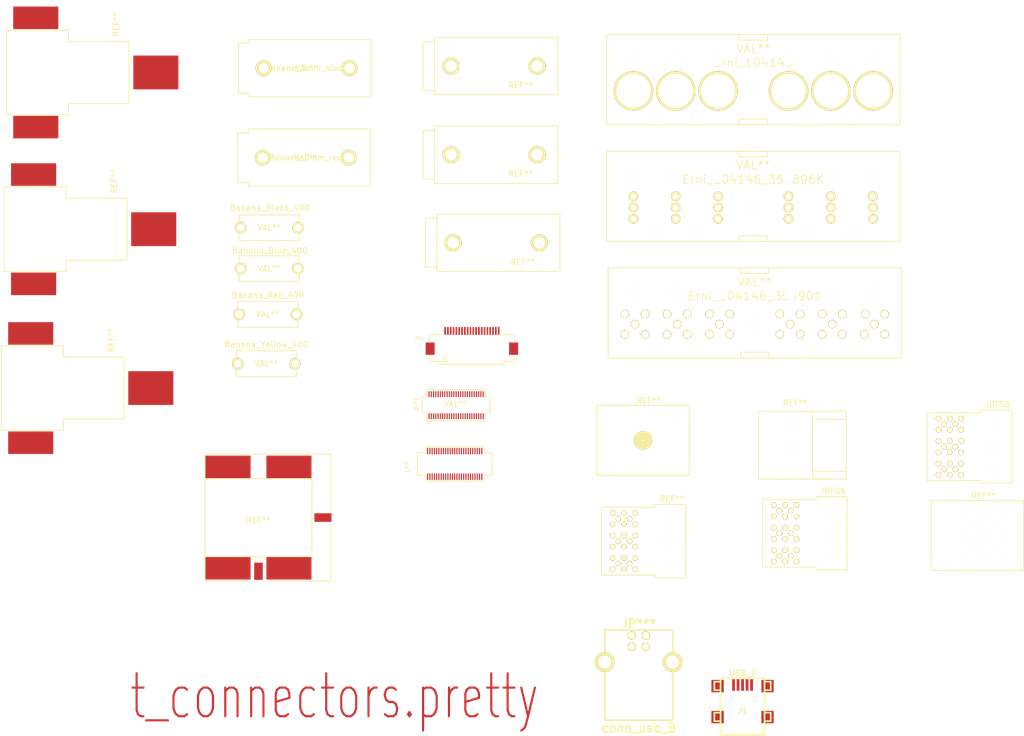
<source format=kicad_pcb>
(kicad_pcb (version 4) (host pcbnew 4.0.0-rc2-stable)

  (general
    (links 0)
    (no_connects 0)
    (area 29.014 18.990904 211.040001 149.879661)
    (thickness 1.6)
    (drawings 1)
    (tracks 0)
    (zones 0)
    (modules 27)
    (nets 1)
  )

  (page A4)
  (title_block
    (title t_connectors.pretty)
    (comment 1 "Components in this footprint directory")
  )

  (layers
    (0 F.Cu signal)
    (31 B.Cu signal)
    (32 B.Adhes user)
    (33 F.Adhes user)
    (34 B.Paste user)
    (35 F.Paste user)
    (36 B.SilkS user)
    (37 F.SilkS user)
    (38 B.Mask user)
    (39 F.Mask user)
    (40 Dwgs.User user)
    (41 Cmts.User user)
    (42 Eco1.User user)
    (43 Eco2.User user)
    (44 Edge.Cuts user)
    (45 Margin user)
    (46 B.CrtYd user)
    (47 F.CrtYd user)
    (48 B.Fab user)
    (49 F.Fab user)
  )

  (setup
    (last_trace_width 0.25)
    (trace_clearance 0.2)
    (zone_clearance 0.508)
    (zone_45_only no)
    (trace_min 0.2)
    (segment_width 0.2)
    (edge_width 0.15)
    (via_size 0.6)
    (via_drill 0.4)
    (via_min_size 0.4)
    (via_min_drill 0.3)
    (uvia_size 0.3)
    (uvia_drill 0.1)
    (uvias_allowed no)
    (uvia_min_size 0.2)
    (uvia_min_drill 0.1)
    (pcb_text_width 0.3)
    (pcb_text_size 1.5 1.5)
    (mod_edge_width 0.15)
    (mod_text_size 1 1)
    (mod_text_width 0.15)
    (pad_size 1.524 1.524)
    (pad_drill 0.762)
    (pad_to_mask_clearance 0.2)
    (aux_axis_origin 0 0)
    (visible_elements 7FFFFFFF)
    (pcbplotparams
      (layerselection 0x00030_80000001)
      (usegerberextensions false)
      (excludeedgelayer true)
      (linewidth 0.100000)
      (plotframeref false)
      (viasonmask false)
      (mode 1)
      (useauxorigin false)
      (hpglpennumber 1)
      (hpglpenspeed 20)
      (hpglpendiameter 15)
      (hpglpenoverlay 2)
      (psnegative false)
      (psa4output false)
      (plotreference true)
      (plotvalue true)
      (plotinvisibletext false)
      (padsonsilk false)
      (subtractmaskfromsilk false)
      (outputformat 1)
      (mirror false)
      (drillshape 0)
      (scaleselection 1)
      (outputdirectory ""))
  )

  (net 0 "")

  (net_class Default "This is the default net class."
    (clearance 0.2)
    (trace_width 0.25)
    (via_dia 0.6)
    (via_drill 0.4)
    (uvia_dia 0.3)
    (uvia_drill 0.1)
  )

  (module d_connectors:Banana1 (layer F.Cu) (tedit 5613D2DD) (tstamp 565F3DAF)
    (at 30.353 32.004 90)
    (fp_text reference REF** (at 8.5 19.5 90) (layer F.SilkS)
      (effects (font (size 1 1) (thickness 0.15)))
    )
    (fp_text value Banana1 (at 9.5 18 90) (layer F.Fab)
      (effects (font (size 1 1) (thickness 0.15)))
    )
    (fp_line (start -7.5 0) (end -7.5 11) (layer F.SilkS) (width 0.15))
    (fp_line (start -7.5 11) (end -5.5 11) (layer F.SilkS) (width 0.15))
    (fp_line (start -5.5 11) (end -5.5 21.75) (layer F.SilkS) (width 0.15))
    (fp_line (start -5.5 21.75) (end 5.5 21.75) (layer F.SilkS) (width 0.15))
    (fp_line (start 5.5 21.75) (end 5.5 11) (layer F.SilkS) (width 0.15))
    (fp_line (start 5.5 11) (end 7.5 11) (layer F.SilkS) (width 0.15))
    (fp_line (start 7.5 11) (end 7.5 0) (layer F.SilkS) (width 0.15))
    (fp_line (start 7.5 0) (end -7.5 0) (layer F.SilkS) (width 0.15))
    (pad 1 smd rect (at 0 26.5 90) (size 6 8) (layers F.Cu F.Paste F.Mask))
    (pad 2 smd rect (at 9.7 5.2 90) (size 4 8) (layers F.Cu F.Paste F.Mask))
    (pad 3 smd rect (at -9.7 5.2 90) (size 4 8) (layers F.Cu F.Paste F.Mask))
    (model "${MY_LIBS}/Sketchup Models/3d/Red_Banana1.wrl"
      (at (xyz 0 0 0.02))
      (scale (xyz 1 1 1))
      (rotate (xyz 90 0 0))
    )
  )

  (module d_connectors:Banana1_Black (layer F.Cu) (tedit 5613D2DD) (tstamp 565F41C1)
    (at 29.972 59.817 90)
    (fp_text reference REF** (at 8.5 19.5 90) (layer F.SilkS)
      (effects (font (size 1 1) (thickness 0.15)))
    )
    (fp_text value Banana1 (at 9.5 18 90) (layer F.Fab)
      (effects (font (size 1 1) (thickness 0.15)))
    )
    (fp_line (start -7.5 0) (end -7.5 11) (layer F.SilkS) (width 0.15))
    (fp_line (start -7.5 11) (end -5.5 11) (layer F.SilkS) (width 0.15))
    (fp_line (start -5.5 11) (end -5.5 21.75) (layer F.SilkS) (width 0.15))
    (fp_line (start -5.5 21.75) (end 5.5 21.75) (layer F.SilkS) (width 0.15))
    (fp_line (start 5.5 21.75) (end 5.5 11) (layer F.SilkS) (width 0.15))
    (fp_line (start 5.5 11) (end 7.5 11) (layer F.SilkS) (width 0.15))
    (fp_line (start 7.5 11) (end 7.5 0) (layer F.SilkS) (width 0.15))
    (fp_line (start 7.5 0) (end -7.5 0) (layer F.SilkS) (width 0.15))
    (pad 1 smd rect (at 0 26.5 90) (size 6 8) (layers F.Cu F.Paste F.Mask))
    (pad 2 smd rect (at 9.7 5.2 90) (size 4 8) (layers F.Cu F.Paste F.Mask))
    (pad 3 smd rect (at -9.7 5.2 90) (size 4 8) (layers F.Cu F.Paste F.Mask))
    (model "${MY_LIBS}/Sketchup Models/3d/Black_Banana.wrl"
      (at (xyz 0 0 0.02))
      (scale (xyz 1 1 1))
      (rotate (xyz 90 0 0))
    )
  )

  (module d_connectors:Banana_3mm_black (layer F.Cu) (tedit 54F9FEFD) (tstamp 565F44FE)
    (at 83.566 31.242 180)
    (fp_text reference Banana_3mm_black (at 0 0 180) (layer F.SilkS)
      (effects (font (size 1 1) (thickness 0.15)))
    )
    (fp_text value VAL** (at 0 0 180) (layer F.SilkS)
      (effects (font (size 1 1) (thickness 0.15)))
    )
    (fp_line (start 10.16 5.08) (end 10.16 4.445) (layer F.SilkS) (width 0.15))
    (fp_line (start 10.16 4.445) (end 12.065 4.445) (layer F.SilkS) (width 0.15))
    (fp_line (start 12.065 4.445) (end 12.065 -4.445) (layer F.SilkS) (width 0.15))
    (fp_line (start 12.065 -4.445) (end 10.16 -4.445) (layer F.SilkS) (width 0.15))
    (fp_line (start 10.16 -4.445) (end 10.16 -5.08) (layer F.SilkS) (width 0.15))
    (fp_line (start -11.43 5.08) (end 10.16 5.08) (layer F.SilkS) (width 0.15))
    (fp_line (start 10.16 -5.08) (end -11.43 -5.08) (layer F.SilkS) (width 0.15))
    (fp_line (start -11.43 -5.08) (end -11.43 5.08) (layer F.SilkS) (width 0.15))
    (pad 1 thru_hole circle (at 7.62 0 180) (size 2.794 2.794) (drill 1.778) (layers *.Cu *.Mask F.SilkS))
    (pad 2 thru_hole circle (at -7.62 0 180) (size 2.794 2.794) (drill 1.778) (layers *.Cu *.Mask F.SilkS))
    (model "${MY_LIBS}/Sketchup Models/3d/Banana_Black.wrl"
      (at (xyz 0 0 0))
      (scale (xyz 1.5 1.5 1.5))
      (rotate (xyz 0 0 0))
    )
  )

  (module d_connectors:Banana_3mm_red (layer F.Cu) (tedit 54F9FED4) (tstamp 565F47D6)
    (at 83.439 47.117 180)
    (fp_text reference Banana_3mm_red (at 0 0 180) (layer F.SilkS)
      (effects (font (size 1 1) (thickness 0.15)))
    )
    (fp_text value VAL** (at 0 0 180) (layer F.SilkS)
      (effects (font (size 1 1) (thickness 0.15)))
    )
    (fp_line (start 10.16 5.08) (end 10.16 4.445) (layer F.SilkS) (width 0.15))
    (fp_line (start 10.16 4.445) (end 12.065 4.445) (layer F.SilkS) (width 0.15))
    (fp_line (start 12.065 4.445) (end 12.065 -4.445) (layer F.SilkS) (width 0.15))
    (fp_line (start 12.065 -4.445) (end 10.16 -4.445) (layer F.SilkS) (width 0.15))
    (fp_line (start 10.16 -4.445) (end 10.16 -5.08) (layer F.SilkS) (width 0.15))
    (fp_line (start -11.43 5.08) (end 10.16 5.08) (layer F.SilkS) (width 0.15))
    (fp_line (start 10.16 -5.08) (end -11.43 -5.08) (layer F.SilkS) (width 0.15))
    (fp_line (start -11.43 -5.08) (end -11.43 5.08) (layer F.SilkS) (width 0.15))
    (pad 1 thru_hole circle (at 7.62 0 180) (size 2.794 2.794) (drill 1.778) (layers *.Cu *.Mask F.SilkS))
    (pad 2 thru_hole circle (at -7.62 0 180) (size 2.794 2.794) (drill 1.778) (layers *.Cu *.Mask F.SilkS))
    (model "${MY_LIBS}/Sketchup Models/3d/Banana_Red.wrl"
      (at (xyz 0 0 0))
      (scale (xyz 1.5 1.5 1.5))
      (rotate (xyz 0 0 0))
    )
  )

  (module d_connectors:Banana_Black_400 (layer F.Cu) (tedit 565F3B24) (tstamp 565F4AAA)
    (at 76.962 59.563)
    (fp_text reference Banana_Black_400 (at 0.127 -3.556) (layer F.SilkS)
      (effects (font (size 1.016 1.016) (thickness 0.15)))
    )
    (fp_text value VAL** (at 0 0) (layer F.SilkS)
      (effects (font (size 1.016 1.016) (thickness 0.15)))
    )
    (fp_line (start 5.334 -2.286) (end -5.334 -2.286) (layer F.SilkS) (width 0.15))
    (fp_line (start -5.334 -2.286) (end -5.334 -1.016) (layer F.SilkS) (width 0.15))
    (fp_line (start 5.334 -1.016) (end 5.334 -2.286) (layer F.SilkS) (width 0.15))
    (fp_line (start -5.334 1.016) (end -5.334 2.286) (layer F.SilkS) (width 0.15))
    (fp_line (start -5.334 2.286) (end 5.334 2.286) (layer F.SilkS) (width 0.15))
    (fp_line (start 5.334 2.286) (end 5.334 1.016) (layer F.SilkS) (width 0.15))
    (pad 1 thru_hole circle (at -5.08 0) (size 2.032 2.032) (drill 1.3208) (layers *.Cu *.Mask F.SilkS))
    (pad 2 thru_hole circle (at 5.08 0) (size 2.032 2.032) (drill 1.3208) (layers *.Cu *.Mask F.SilkS))
    (model "${MY_LIBS}/Sketchup Models/3d/Banana_Black.wrl"
      (at (xyz 0 0 0))
      (scale (xyz 1 1 1))
      (rotate (xyz 0 0 0))
    )
  )

  (module d_connectors:Banana_Blue_400 (layer F.Cu) (tedit 565F3B26) (tstamp 565F4D7A)
    (at 76.962 66.802)
    (fp_text reference Banana_Blue_400 (at 0.127 -3.175) (layer F.SilkS)
      (effects (font (size 1.016 1.016) (thickness 0.15)))
    )
    (fp_text value VAL** (at 0 0) (layer F.SilkS)
      (effects (font (size 1.016 1.016) (thickness 0.15)))
    )
    (fp_line (start 5.334 -2.286) (end -5.334 -2.286) (layer F.SilkS) (width 0.15))
    (fp_line (start -5.334 -2.286) (end -5.334 -1.016) (layer F.SilkS) (width 0.15))
    (fp_line (start 5.334 -1.016) (end 5.334 -2.286) (layer F.SilkS) (width 0.15))
    (fp_line (start -5.334 1.016) (end -5.334 2.286) (layer F.SilkS) (width 0.15))
    (fp_line (start -5.334 2.286) (end 5.334 2.286) (layer F.SilkS) (width 0.15))
    (fp_line (start 5.334 2.286) (end 5.334 1.016) (layer F.SilkS) (width 0.15))
    (pad 1 thru_hole circle (at -5.08 0) (size 2.032 2.032) (drill 1.3208) (layers *.Cu *.Mask F.SilkS))
    (pad 2 thru_hole circle (at 5.08 0) (size 2.032 2.032) (drill 1.3208) (layers *.Cu *.Mask F.SilkS))
    (model "${MY_LIBS}/Sketchup Models/3d/Banana_Blue.wrl"
      (at (xyz 0 0 0))
      (scale (xyz 1 1 1))
      (rotate (xyz 0 0 0))
    )
  )

  (module d_connectors:Banana_Red_400 (layer F.Cu) (tedit 565F3B29) (tstamp 565F58C7)
    (at 76.708 74.93)
    (fp_text reference Banana_Red_400 (at 0 -3.429) (layer F.SilkS)
      (effects (font (size 1.016 1.016) (thickness 0.15)))
    )
    (fp_text value VAL** (at 0 0) (layer F.SilkS)
      (effects (font (size 1.016 1.016) (thickness 0.15)))
    )
    (fp_line (start 5.334 -2.286) (end -5.334 -2.286) (layer F.SilkS) (width 0.15))
    (fp_line (start -5.334 -2.286) (end -5.334 -1.016) (layer F.SilkS) (width 0.15))
    (fp_line (start 5.334 -1.016) (end 5.334 -2.286) (layer F.SilkS) (width 0.15))
    (fp_line (start -5.334 1.016) (end -5.334 2.286) (layer F.SilkS) (width 0.15))
    (fp_line (start -5.334 2.286) (end 5.334 2.286) (layer F.SilkS) (width 0.15))
    (fp_line (start 5.334 2.286) (end 5.334 1.016) (layer F.SilkS) (width 0.15))
    (pad 1 thru_hole circle (at -5.08 0) (size 2.032 2.032) (drill 1.3208) (layers *.Cu *.Mask F.SilkS))
    (pad 2 thru_hole circle (at 5.08 0) (size 2.032 2.032) (drill 1.3208) (layers *.Cu *.Mask F.SilkS))
    (model "${MY_LIBS}/Sketchup Models/3d/Banana_Red.wrl"
      (at (xyz 0 0 0))
      (scale (xyz 1 1 1))
      (rotate (xyz 0 0 0))
    )
  )

  (module d_connectors:Banana_Yellow_400 (layer F.Cu) (tedit 565F3B2C) (tstamp 565F5B97)
    (at 76.454 83.693)
    (fp_text reference Banana_Yellow_400 (at 0 -3.429) (layer F.SilkS)
      (effects (font (size 1.016 1.016) (thickness 0.15)))
    )
    (fp_text value VAL** (at 0 0) (layer F.SilkS)
      (effects (font (size 1.016 1.016) (thickness 0.15)))
    )
    (fp_line (start 5.334 -2.286) (end -5.334 -2.286) (layer F.SilkS) (width 0.15))
    (fp_line (start -5.334 -2.286) (end -5.334 -1.016) (layer F.SilkS) (width 0.15))
    (fp_line (start 5.334 -1.016) (end 5.334 -2.286) (layer F.SilkS) (width 0.15))
    (fp_line (start -5.334 1.016) (end -5.334 2.286) (layer F.SilkS) (width 0.15))
    (fp_line (start -5.334 2.286) (end 5.334 2.286) (layer F.SilkS) (width 0.15))
    (fp_line (start 5.334 2.286) (end 5.334 1.016) (layer F.SilkS) (width 0.15))
    (pad 1 thru_hole circle (at -5.08 0) (size 2.032 2.032) (drill 1.3208) (layers *.Cu *.Mask F.SilkS))
    (pad 2 thru_hole circle (at 5.08 0) (size 2.032 2.032) (drill 1.3208) (layers *.Cu *.Mask F.SilkS))
    (model "${MY_LIBS}/Sketchup Models/3d/Banana_Yellow.wrl"
      (at (xyz 0 0 0))
      (scale (xyz 1 1 1))
      (rotate (xyz 0 0 0))
    )
  )

  (module d_connectors:Erni_104146 (layer F.Cu) (tedit 54F9EDB8) (tstamp 565F5E8D)
    (at 162.814 33.274)
    (fp_text reference Erni_104146 (at 0 -3) (layer F.SilkS)
      (effects (font (size 1.5 1.5) (thickness 0.15)))
    )
    (fp_text value VAL** (at 0 -5.5) (layer F.SilkS)
      (effects (font (size 1.5 1.5) (thickness 0.15)))
    )
    (fp_line (start -2.5 8) (end -2.5 7) (layer F.SilkS) (width 0.15))
    (fp_line (start -2.5 7) (end 2.5 7) (layer F.SilkS) (width 0.15))
    (fp_line (start 2.5 7) (end 2.5 8) (layer F.SilkS) (width 0.15))
    (fp_line (start -2.5 -8) (end -2.5 -7) (layer F.SilkS) (width 0.15))
    (fp_line (start -2.5 -7) (end 2.5 -7) (layer F.SilkS) (width 0.15))
    (fp_line (start 2.5 -7) (end 2.5 -8) (layer F.SilkS) (width 0.15))
    (fp_line (start -26 8) (end 26 8) (layer F.SilkS) (width 0.15))
    (fp_line (start 26 8) (end 26 -8) (layer F.SilkS) (width 0.15))
    (fp_line (start 26 -8) (end -26 -8) (layer F.SilkS) (width 0.15))
    (fp_line (start -26 -8) (end -26 8) (layer F.SilkS) (width 0.15))
    (pad "" np_thru_hole circle (at 0 2) (size 2 2) (drill 2) (layers *.Cu *.Mask F.SilkS))
    (pad "" np_thru_hole circle (at -6.25 -3.5) (size 2 2) (drill 2) (layers *.Cu *.Mask F.SilkS))
    (pad "" np_thru_hole circle (at 6.25 -3.5) (size 2 2) (drill 2) (layers *.Cu *.Mask F.SilkS))
    (pad "" np_thru_hole circle (at 13.75 -3.5) (size 2 2) (drill 2) (layers *.Cu *.Mask F.SilkS))
    (pad "" np_thru_hole circle (at 21.25 -3.5) (size 2 2) (drill 2) (layers *.Cu *.Mask F.SilkS))
    (pad "" np_thru_hole circle (at -13.75 -3.5) (size 2 2) (drill 2) (layers *.Cu *.Mask F.SilkS))
    (pad "" np_thru_hole circle (at -21.25 -3.5) (size 2 2) (drill 2) (layers *.Cu *.Mask F.SilkS))
    (pad "" np_thru_hole circle (at 10 6.5) (size 2 2) (drill 2) (layers *.Cu *.Mask F.SilkS))
    (pad "" np_thru_hole circle (at 17.5 6.5) (size 2 2) (drill 2) (layers *.Cu *.Mask F.SilkS))
    (pad "" np_thru_hole circle (at -10 6.5) (size 2 2) (drill 2) (layers *.Cu *.Mask F.SilkS))
    (pad "" np_thru_hole circle (at -17.5 6.5) (size 2 2) (drill 2) (layers *.Cu *.Mask F.SilkS))
    (pad A3 thru_hole circle (at 6.25 2) (size 7 7) (drill 6.1) (layers *.Cu *.Mask F.SilkS))
    (pad A2 thru_hole circle (at 13.75 2) (size 7 7) (drill 6.1) (layers *.Cu *.Mask F.SilkS))
    (pad A1 thru_hole circle (at 21.25 2) (size 7 7) (drill 6.1) (layers *.Cu *.Mask F.SilkS))
    (pad A4 thru_hole circle (at -6.25 2) (size 7 7) (drill 6.1) (layers *.Cu *.Mask F.SilkS))
    (pad A5 thru_hole circle (at -13.75 2) (size 7 7) (drill 6.1) (layers *.Cu *.Mask F.SilkS))
    (pad A6 thru_hole circle (at -21.25 2) (size 7 7) (drill 6.1) (layers *.Cu *.Mask F.SilkS))
    (model "${MY_LIBS}/Sketchup Models/3d/ERNI BP RF6.wrl"
      (at (xyz 0 0 0))
      (scale (xyz 1 1 1))
      (rotate (xyz 0 0 0))
    )
  )

  (module d_connectors:Erni_104146_354896K (layer F.Cu) (tedit 54F9EDD1) (tstamp 565F61C1)
    (at 162.814 53.975)
    (fp_text reference Erni_104146_354896K (at 0 -3) (layer F.SilkS)
      (effects (font (size 1.5 1.5) (thickness 0.15)))
    )
    (fp_text value VAL** (at 0 -5.5) (layer F.SilkS)
      (effects (font (size 1.5 1.5) (thickness 0.15)))
    )
    (fp_line (start -2.5 8) (end -2.5 7) (layer F.SilkS) (width 0.15))
    (fp_line (start -2.5 7) (end 2.5 7) (layer F.SilkS) (width 0.15))
    (fp_line (start 2.5 7) (end 2.5 8) (layer F.SilkS) (width 0.15))
    (fp_line (start -2.5 -8) (end -2.5 -7) (layer F.SilkS) (width 0.15))
    (fp_line (start -2.5 -7) (end 2.5 -7) (layer F.SilkS) (width 0.15))
    (fp_line (start 2.5 -7) (end 2.5 -8) (layer F.SilkS) (width 0.15))
    (fp_line (start -26 8) (end 26 8) (layer F.SilkS) (width 0.15))
    (fp_line (start 26 8) (end 26 -8) (layer F.SilkS) (width 0.15))
    (fp_line (start 26 -8) (end -26 -8) (layer F.SilkS) (width 0.15))
    (fp_line (start -26 -8) (end -26 8) (layer F.SilkS) (width 0.15))
    (pad "" np_thru_hole circle (at 0 2) (size 2 2) (drill 2) (layers *.Cu *.Mask F.SilkS))
    (pad "" np_thru_hole circle (at -6.25 -3.5) (size 2 2) (drill 2) (layers *.Cu *.Mask F.SilkS))
    (pad "" np_thru_hole circle (at 6.25 -3.5) (size 2 2) (drill 2) (layers *.Cu *.Mask F.SilkS))
    (pad "" np_thru_hole circle (at 13.75 -3.5) (size 2 2) (drill 2) (layers *.Cu *.Mask F.SilkS))
    (pad "" np_thru_hole circle (at 21.25 -3.5) (size 2 2) (drill 2) (layers *.Cu *.Mask F.SilkS))
    (pad "" np_thru_hole circle (at -13.75 -3.5) (size 2 2) (drill 2) (layers *.Cu *.Mask F.SilkS))
    (pad "" np_thru_hole circle (at -21.25 -3.5) (size 2 2) (drill 2) (layers *.Cu *.Mask F.SilkS))
    (pad "" np_thru_hole circle (at 10 6.5) (size 2 2) (drill 2) (layers *.Cu *.Mask F.SilkS))
    (pad "" np_thru_hole circle (at 17.5 6.5) (size 2 2) (drill 2) (layers *.Cu *.Mask F.SilkS))
    (pad "" np_thru_hole circle (at -10 6.5) (size 2 2) (drill 2) (layers *.Cu *.Mask F.SilkS))
    (pad "" np_thru_hole circle (at -17.5 6.5) (size 2 2) (drill 2) (layers *.Cu *.Mask F.SilkS))
    (pad B3 thru_hole circle (at 6.25 2) (size 1.7 1.7) (drill 1) (layers *.Cu *.Mask F.SilkS))
    (pad B2 thru_hole circle (at 13.75 2) (size 1.7 1.7) (drill 1) (layers *.Cu *.Mask F.SilkS))
    (pad B1 thru_hole circle (at 21.25 2) (size 1.7 1.7) (drill 1) (layers *.Cu *.Mask F.SilkS))
    (pad B4 thru_hole circle (at -6.25 2) (size 1.7 1.7) (drill 1) (layers *.Cu *.Mask F.SilkS))
    (pad B5 thru_hole circle (at -13.75 2) (size 1.7 1.7) (drill 1) (layers *.Cu *.Mask F.SilkS))
    (pad B6 thru_hole circle (at -21.25 2) (size 1.7 1.7) (drill 1) (layers *.Cu *.Mask F.SilkS))
    (pad A1 thru_hole circle (at 21.209 0) (size 1.7 1.7) (drill 1) (layers *.Cu *.Mask F.SilkS))
    (pad C1 thru_hole circle (at 21.25 4) (size 1.7 1.7) (drill 1) (layers *.Cu *.Mask F.SilkS))
    (pad A2 thru_hole circle (at 13.75 0) (size 1.7 1.7) (drill 1) (layers *.Cu *.Mask F.SilkS))
    (pad C2 thru_hole circle (at 13.75 4) (size 1.7 1.7) (drill 1) (layers *.Cu *.Mask F.SilkS))
    (pad A3 thru_hole circle (at 6.25 0) (size 1.7 1.7) (drill 1) (layers *.Cu *.Mask F.SilkS))
    (pad C3 thru_hole circle (at 6.25 4) (size 1.7 1.7) (drill 1) (layers *.Cu *.Mask F.SilkS))
    (pad C4 thru_hole circle (at -6.25 4) (size 1.7 1.7) (drill 1) (layers *.Cu *.Mask F.SilkS))
    (pad A4 thru_hole circle (at -6.25 0) (size 1.7 1.7) (drill 1) (layers *.Cu *.Mask F.SilkS))
    (pad A5 thru_hole circle (at -13.75 0) (size 1.7 1.7) (drill 1) (layers *.Cu *.Mask F.SilkS))
    (pad C5 thru_hole circle (at -13.75 4) (size 1.7 1.7) (drill 1) (layers *.Cu *.Mask F.SilkS))
    (pad A6 thru_hole circle (at -21.25 0) (size 1.7 1.7) (drill 1) (layers *.Cu *.Mask F.SilkS))
    (pad C6 thru_hole circle (at -21.25 4) (size 1.7 1.7) (drill 1) (layers *.Cu *.Mask F.SilkS))
    (model "${T_LIBS}/3d/t_connectors/ERNI BP RF6.wrl"
      (at (xyz 0 0 0))
      (scale (xyz 1 1 1))
      (rotate (xyz 0 0 0))
    )
  )

  (module d_connectors:Erni_104146_354901 (layer F.Cu) (tedit 54F9EC28) (tstamp 565F6525)
    (at 163.068 74.676)
    (fp_text reference Erni_104146_354901 (at 0 -3) (layer F.SilkS)
      (effects (font (size 1.5 1.5) (thickness 0.15)))
    )
    (fp_text value VAL** (at 0 -5.5) (layer F.SilkS)
      (effects (font (size 1.5 1.5) (thickness 0.15)))
    )
    (fp_line (start -2.5 8) (end -2.5 7) (layer F.SilkS) (width 0.15))
    (fp_line (start -2.5 7) (end 2.5 7) (layer F.SilkS) (width 0.15))
    (fp_line (start 2.5 7) (end 2.5 8) (layer F.SilkS) (width 0.15))
    (fp_line (start -2.5 -8) (end -2.5 -7) (layer F.SilkS) (width 0.15))
    (fp_line (start -2.5 -7) (end 2.5 -7) (layer F.SilkS) (width 0.15))
    (fp_line (start 2.5 -7) (end 2.5 -8) (layer F.SilkS) (width 0.15))
    (fp_line (start -26 8) (end 26 8) (layer F.SilkS) (width 0.15))
    (fp_line (start 26 8) (end 26 -8) (layer F.SilkS) (width 0.15))
    (fp_line (start 26 -8) (end -26 -8) (layer F.SilkS) (width 0.15))
    (fp_line (start -26 -8) (end -26 8) (layer F.SilkS) (width 0.15))
    (pad C6 thru_hole circle (at -23.05 3.8) (size 1.5 1.5) (drill 1.15) (layers *.Cu *.Mask F.SilkS))
    (pad A6 thru_hole circle (at -23.05 0.2) (size 1.5 1.5) (drill 1.15) (layers *.Cu *.Mask F.SilkS))
    (pad A6 thru_hole circle (at -19.45 0.2) (size 1.5 1.5) (drill 1.15) (layers *.Cu *.Mask F.SilkS))
    (pad C6 thru_hole circle (at -19.45 3.8) (size 1.5 1.5) (drill 1.15) (layers *.Cu *.Mask F.SilkS))
    (pad C5 thru_hole circle (at -11.95 3.8) (size 1.5 1.5) (drill 1.15) (layers *.Cu *.Mask F.SilkS))
    (pad A5 thru_hole circle (at -11.95 0.2) (size 1.5 1.5) (drill 1.15) (layers *.Cu *.Mask F.SilkS))
    (pad A5 thru_hole circle (at -15.55 0.2) (size 1.5 1.5) (drill 1.15) (layers *.Cu *.Mask F.SilkS))
    (pad C5 thru_hole circle (at -15.55 3.8) (size 1.5 1.5) (drill 1.15) (layers *.Cu *.Mask F.SilkS))
    (pad C4 thru_hole circle (at -8.05 3.8) (size 1.5 1.5) (drill 1.15) (layers *.Cu *.Mask F.SilkS))
    (pad A4 thru_hole circle (at -8.05 0.2) (size 1.5 1.5) (drill 1.15) (layers *.Cu *.Mask F.SilkS))
    (pad A4 thru_hole circle (at -4.45 0.2) (size 1.5 1.5) (drill 1.15) (layers *.Cu *.Mask F.SilkS))
    (pad C4 thru_hole circle (at -4.45 3.8) (size 1.5 1.5) (drill 1.15) (layers *.Cu *.Mask F.SilkS))
    (pad C3 thru_hole circle (at 8.05 3.8) (size 1.5 1.5) (drill 1.15) (layers *.Cu *.Mask F.SilkS))
    (pad A3 thru_hole circle (at 8.05 0.2) (size 1.5 1.5) (drill 1.15) (layers *.Cu *.Mask F.SilkS))
    (pad A3 thru_hole circle (at 4.45 0.2) (size 1.5 1.5) (drill 1.15) (layers *.Cu *.Mask F.SilkS))
    (pad C3 thru_hole circle (at 4.45 3.8) (size 1.5 1.5) (drill 1.15) (layers *.Cu *.Mask F.SilkS))
    (pad C2 thru_hole circle (at 11.95 3.8) (size 1.5 1.5) (drill 1.15) (layers *.Cu *.Mask F.SilkS))
    (pad A2 thru_hole circle (at 11.95 0.2) (size 1.5 1.5) (drill 1.15) (layers *.Cu *.Mask F.SilkS))
    (pad A2 thru_hole circle (at 15.55 0.2) (size 1.5 1.5) (drill 1.15) (layers *.Cu *.Mask F.SilkS))
    (pad C2 thru_hole circle (at 15.55 3.8) (size 1.5 1.5) (drill 1.15) (layers *.Cu *.Mask F.SilkS))
    (pad "" np_thru_hole circle (at 0 2) (size 2 2) (drill 2) (layers *.Cu *.Mask F.SilkS))
    (pad "" np_thru_hole circle (at -6.25 -3.5) (size 2 2) (drill 2) (layers *.Cu *.Mask F.SilkS))
    (pad "" np_thru_hole circle (at 6.25 -3.5) (size 2 2) (drill 2) (layers *.Cu *.Mask F.SilkS))
    (pad "" np_thru_hole circle (at 13.75 -3.5) (size 2 2) (drill 2) (layers *.Cu *.Mask F.SilkS))
    (pad "" np_thru_hole circle (at 21.25 -3.5) (size 2 2) (drill 2) (layers *.Cu *.Mask F.SilkS))
    (pad "" np_thru_hole circle (at -13.75 -3.5) (size 2 2) (drill 2) (layers *.Cu *.Mask F.SilkS))
    (pad "" np_thru_hole circle (at -21.25 -3.5) (size 2 2) (drill 2) (layers *.Cu *.Mask F.SilkS))
    (pad "" np_thru_hole circle (at 10 6.5) (size 2 2) (drill 2) (layers *.Cu *.Mask F.SilkS))
    (pad "" np_thru_hole circle (at 17.5 6.5) (size 2 2) (drill 2) (layers *.Cu *.Mask F.SilkS))
    (pad "" np_thru_hole circle (at -10 6.5) (size 2 2) (drill 2) (layers *.Cu *.Mask F.SilkS))
    (pad "" np_thru_hole circle (at -17.5 6.5) (size 2 2) (drill 2) (layers *.Cu *.Mask F.SilkS))
    (pad B3 thru_hole circle (at 6.25 2) (size 1.5 1.5) (drill 1.15) (layers *.Cu *.Mask F.SilkS))
    (pad B2 thru_hole circle (at 13.75 2) (size 1.5 1.5) (drill 1.15) (layers *.Cu *.Mask F.SilkS))
    (pad B1 thru_hole circle (at 21.25 2) (size 1.5 1.5) (drill 1.15) (layers *.Cu *.Mask F.SilkS))
    (pad B4 thru_hole circle (at -6.25 2) (size 1.5 1.5) (drill 1.15) (layers *.Cu *.Mask F.SilkS))
    (pad B5 thru_hole circle (at -13.75 2) (size 1.5 1.5) (drill 1.15) (layers *.Cu *.Mask F.SilkS))
    (pad B6 thru_hole circle (at -21.25 2) (size 1.5 1.5) (drill 1.15) (layers *.Cu *.Mask F.SilkS))
    (pad C1 thru_hole circle (at 23.05 3.8) (size 1.5 1.5) (drill 1.15) (layers *.Cu *.Mask F.SilkS))
    (pad A1 thru_hole circle (at 23.05 0.2) (size 1.5 1.5) (drill 1.15) (layers *.Cu *.Mask F.SilkS))
    (pad A1 thru_hole circle (at 19.6 0.18) (size 1.5 1.5) (drill 1.15) (layers *.Cu *.Mask F.SilkS))
    (pad C1 thru_hole circle (at 19.45 3.8) (size 1.5 1.5) (drill 1.15) (layers *.Cu *.Mask F.SilkS))
    (model "${MY_LIBS}/Sketchup Models/3d/ERNI BP RF6.wrl"
      (at (xyz 0 0 0))
      (scale (xyz 1 1 1))
      (rotate (xyz 0 0 0))
    )
  )

  (module d_connectors:R124422001 (layer F.Cu) (tedit 55D34FDB) (tstamp 565F7357)
    (at 75.057 110.998)
    (fp_text reference REF** (at 0 0.5) (layer F.SilkS)
      (effects (font (size 1 1) (thickness 0.15)))
    )
    (fp_text value R124422001 (at 0 -0.5) (layer F.Fab)
      (effects (font (size 1 1) (thickness 0.15)))
    )
    (fp_line (start -9.525 6.9) (end 9.475 6.9) (layer F.SilkS) (width 0.15))
    (fp_line (start 9.475 6.9) (end 9.475 -6.9) (layer F.SilkS) (width 0.15))
    (fp_line (start 9.475 -6.9) (end -9.525 -6.9) (layer F.SilkS) (width 0.15))
    (fp_line (start 12.83 1.17) (end 12.83 11.25) (layer F.SilkS) (width 0.15))
    (fp_line (start 12.83 11.25) (end 1.27 11.25) (layer F.SilkS) (width 0.15))
    (fp_line (start -1.27 11.25) (end -9.525 11.25) (layer F.SilkS) (width 0.15))
    (fp_line (start -9.525 11.25) (end -9.525 -11.25) (layer F.SilkS) (width 0.15))
    (fp_line (start -9.525 -11.25) (end 12.83 -11.25) (layer F.SilkS) (width 0.15))
    (fp_line (start 12.83 -11.25) (end 12.83 -1.27) (layer F.SilkS) (width 0.15))
    (pad 2 smd rect (at 0 9.525) (size 1.524 3.048) (layers F.Cu F.Paste F.Mask))
    (pad 1 smd rect (at 11.43 0) (size 3.048 1.524) (layers F.Cu F.Paste F.Mask))
    (pad 3 smd rect (at -5.4 9) (size 8 4) (layers F.Cu F.Paste F.Mask))
    (pad 3 smd rect (at 5.4 9) (size 8 4) (layers F.Cu F.Paste F.Mask))
    (pad 3 smd rect (at -5.4 -9) (size 8 4) (layers F.Cu F.Paste F.Mask))
    (pad 3 smd rect (at 5.4 -9) (size 8 4) (layers F.Cu F.Paste F.Mask))
    (model "${MY_LIBS}/Sketchup Models/3d/Switch_SMA.wrl"
      (at (xyz -0.515 0 0.025))
      (scale (xyz 1 1 1))
      (rotate (xyz 270 0 0))
    )
  )

  (module d_connectors:R250420200 (layer F.Cu) (tedit 55CCFB01) (tstamp 565F7633)
    (at 143.256 97.282)
    (fp_text reference REF** (at 1 -7) (layer F.SilkS)
      (effects (font (size 1 1) (thickness 0.15)))
    )
    (fp_text value R280420200 (at 0.4 -5.2) (layer F.Fab)
      (effects (font (size 1 1) (thickness 0.15)))
    )
    (fp_line (start 8.2 6.2) (end -8.2 6.2) (layer F.SilkS) (width 0.15))
    (fp_line (start -8.2 6.2) (end -8.2 -6.2) (layer F.SilkS) (width 0.15))
    (fp_line (start -8.2 -6.2) (end 8.2 -6.2) (layer F.SilkS) (width 0.15))
    (fp_line (start 8.2 -6.2) (end 8.2 6.2) (layer F.SilkS) (width 0.15))
    (pad "" np_thru_hole circle (at -6 5) (size 1.6 1.6) (drill 1.6) (layers *.Cu *.Mask F.SilkS))
    (pad "" np_thru_hole circle (at 6 -5) (size 1.6 1.6) (drill 1.6) (layers *.Cu *.Mask F.SilkS))
    (pad "" np_thru_hole circle (at 0 0) (size 3.25 3.25) (drill 0.3) (layers *.Cu *.Mask F.SilkS))
    (model "C:/Dan/Eng Projects/ATM/Splitter/Parts/R280460200.wrl"
      (at (xyz 0 0 0))
      (scale (xyz 1 1 1))
      (rotate (xyz 90 90 0))
    )
  )

  (module d_connectors:R280420300 (layer F.Cu) (tedit 55D49A82) (tstamp 565F790D)
    (at 172.72 98.171)
    (fp_text reference REF** (at -2.5 -7.5) (layer F.SilkS)
      (effects (font (size 1 1) (thickness 0.15)))
    )
    (fp_text value R280420300 (at -4.75 -5.75) (layer F.Fab) hide
      (effects (font (size 1 1) (thickness 0.15)))
    )
    (fp_line (start 0.6 -4.6) (end 6.6 -4.6) (layer F.SilkS) (width 0.15))
    (fp_line (start 0.6 4.6) (end 6.6 4.6) (layer F.SilkS) (width 0.15))
    (fp_line (start 6.6 6) (end 0.6 6) (layer F.SilkS) (width 0.15))
    (fp_line (start 6.6 -6) (end 6.6 6) (layer F.SilkS) (width 0.15))
    (fp_line (start 0.6 -6) (end 6.6 -6) (layer F.SilkS) (width 0.15))
    (fp_line (start 0.6 -6) (end -5.4 -6) (layer F.SilkS) (width 0.15))
    (fp_line (start -5.5 -6) (end -9 -6) (layer F.SilkS) (width 0.15))
    (fp_line (start -9 -6) (end -9 6) (layer F.SilkS) (width 0.15))
    (fp_line (start -9 6) (end -5.5 6) (layer F.SilkS) (width 0.15))
    (fp_line (start -5.5 6) (end 0.6 6) (layer F.SilkS) (width 0.15))
    (fp_line (start 0.6 6) (end 0.6 -6) (layer F.SilkS) (width 0.15))
    (pad "" np_thru_hole circle (at -3 4) (size 1.5 1.5) (drill 1.5) (layers *.Cu *.Mask F.SilkS))
    (pad "" np_thru_hole circle (at -3 -4) (size 1.5 1.5) (drill 1.5) (layers *.Cu *.Mask F.SilkS))
    (pad "" np_thru_hole circle (at -3 0) (size 2.05 2.05) (drill 2.05) (layers *.Cu *.Mask F.SilkS))
    (model "${MY_LIBS}/Sketchup Models/3d/R280430300.wrl"
      (at (xyz 0.255 0.235 -0.1))
      (scale (xyz 1 1 1))
      (rotate (xyz 90 180 0))
    )
  )

  (module d_connectors:R694252107 (layer F.Cu) (tedit 55D236E8) (tstamp 565F7C1F)
    (at 208.661 98.425)
    (fp_text reference JRFS6 (at -2.5 -7.5) (layer F.SilkS)
      (effects (font (size 1 1) (thickness 0.15)))
    )
    (fp_text value R694252107 (at -4.75 -5.75) (layer F.Fab) hide
      (effects (font (size 1 1) (thickness 0.15)))
    )
    (fp_line (start 0 -6.5) (end -5.5 -6.5) (layer F.SilkS) (width 0.15))
    (fp_line (start -5.5 -6.5) (end -5.5 -6) (layer F.SilkS) (width 0.15))
    (fp_line (start -5.5 -6) (end -15 -6) (layer F.SilkS) (width 0.15))
    (fp_line (start -15 -6) (end -15 6) (layer F.SilkS) (width 0.15))
    (fp_line (start -15 6) (end -5.5 6) (layer F.SilkS) (width 0.15))
    (fp_line (start -5.5 6) (end -5.5 6.5) (layer F.SilkS) (width 0.15))
    (fp_line (start -5.5 6.5) (end 0 6.5) (layer F.SilkS) (width 0.15))
    (fp_line (start 0 6.5) (end 0 -6.5) (layer F.SilkS) (width 0.15))
    (pad "" np_thru_hole circle (at -3 4) (size 1.5 1.5) (drill 1.5) (layers *.Cu *.Mask F.SilkS))
    (pad "" np_thru_hole circle (at -3 -4) (size 1.5 1.5) (drill 1.5) (layers *.Cu *.Mask F.SilkS))
    (pad "" np_thru_hole circle (at -3 0) (size 2.05 2.05) (drill 2.05) (layers *.Cu *.Mask F.SilkS))
    (pad 1A thru_hole circle (at -10 -4) (size 1 1) (drill 0.6) (layers *.Cu *.Mask F.SilkS))
    (pad 1B thru_hole circle (at -12 -4) (size 1 1) (drill 0.6) (layers *.Cu *.Mask F.SilkS))
    (pad 2A thru_hole circle (at -10 0) (size 1 1) (drill 0.6) (layers *.Cu *.Mask F.SilkS))
    (pad 2B thru_hole circle (at -12 0) (size 1 1) (drill 0.6) (layers *.Cu *.Mask F.SilkS))
    (pad 3A thru_hole circle (at -10 4) (size 1 1) (drill 0.6) (layers *.Cu *.Mask F.SilkS))
    (pad 3B thru_hole circle (at -12 4) (size 1 1) (drill 0.6) (layers *.Cu *.Mask F.SilkS))
    (pad 1C thru_hole circle (at -9 -5) (size 1 1) (drill 0.6) (layers *.Cu *.Mask F.SilkS))
    (pad 1F thru_hole circle (at -9 -3) (size 1 1) (drill 0.6) (layers *.Cu *.Mask F.SilkS))
    (pad 1G thru_hole circle (at -11 -3) (size 1 1) (drill 0.6) (layers *.Cu *.Mask F.SilkS))
    (pad 1D thru_hole circle (at -11 -5) (size 1 1) (drill 0.6) (layers *.Cu *.Mask F.SilkS))
    (pad 1E thru_hole circle (at -13 -5) (size 1 1) (drill 0.6) (layers *.Cu *.Mask F.SilkS))
    (pad 1H thru_hole circle (at -13 -3) (size 1 1) (drill 0.6) (layers *.Cu *.Mask F.SilkS))
    (pad 2C thru_hole circle (at -9 -1) (size 1 1) (drill 0.6) (layers *.Cu *.Mask F.SilkS))
    (pad 2F thru_hole circle (at -9 1) (size 1 1) (drill 0.6) (layers *.Cu *.Mask F.SilkS))
    (pad 2G thru_hole circle (at -11 1) (size 1 1) (drill 0.6) (layers *.Cu *.Mask F.SilkS))
    (pad 2D thru_hole circle (at -11 -1) (size 1 1) (drill 0.6) (layers *.Cu *.Mask F.SilkS))
    (pad 2H thru_hole circle (at -13 1) (size 1 1) (drill 0.6) (layers *.Cu *.Mask F.SilkS))
    (pad 2E thru_hole circle (at -13 -1) (size 1 1) (drill 0.6) (layers *.Cu *.Mask F.SilkS))
    (pad 3C thru_hole circle (at -9 3) (size 1 1) (drill 0.6) (layers *.Cu *.Mask F.SilkS))
    (pad 3F thru_hole circle (at -9 5) (size 1 1) (drill 0.6) (layers *.Cu *.Mask F.SilkS))
    (pad 3G thru_hole circle (at -11 5) (size 1 1) (drill 0.6) (layers *.Cu *.Mask F.SilkS))
    (pad 3D thru_hole circle (at -11 3) (size 1 1) (drill 0.6) (layers *.Cu *.Mask F.SilkS))
    (pad 3E thru_hole circle (at -13 3) (size 1 1) (drill 0.6) (layers *.Cu *.Mask F.SilkS))
    (pad 3H thru_hole circle (at -13 5) (size 1 1) (drill 0.6) (layers *.Cu *.Mask F.SilkS))
    (model "${MY_LIBS}/Sketchup Models/3d/R694252107.wrl"
      (at (xyz 0.254 -0.236 -0.1))
      (scale (xyz 1 1 1))
      (rotate (xyz 90 180 180))
    )
  )

  (module d_connectors:R694252237 (layer F.Cu) (tedit 55CB4AE4) (tstamp 565F7F5B)
    (at 150.876 115.189)
    (fp_text reference REF** (at -2.5 -7.5) (layer F.SilkS)
      (effects (font (size 1 1) (thickness 0.15)))
    )
    (fp_text value R694252237 (at -4.75 -5.75) (layer F.Fab) hide
      (effects (font (size 1 1) (thickness 0.15)))
    )
    (fp_line (start 0 -6.5) (end -5.5 -6.5) (layer F.SilkS) (width 0.15))
    (fp_line (start -5.5 -6.5) (end -5.5 -6) (layer F.SilkS) (width 0.15))
    (fp_line (start -5.5 -6) (end -15 -6) (layer F.SilkS) (width 0.15))
    (fp_line (start -15 -6) (end -15 6) (layer F.SilkS) (width 0.15))
    (fp_line (start -15 6) (end -5.5 6) (layer F.SilkS) (width 0.15))
    (fp_line (start -5.5 6) (end -5.5 6.5) (layer F.SilkS) (width 0.15))
    (fp_line (start -5.5 6.5) (end 0 6.5) (layer F.SilkS) (width 0.15))
    (fp_line (start 0 6.5) (end 0 -6.5) (layer F.SilkS) (width 0.15))
    (pad "" np_thru_hole circle (at -3 4) (size 1.5 1.5) (drill 1.5) (layers *.Cu *.Mask F.SilkS))
    (pad "" np_thru_hole circle (at -3 -4) (size 1.5 1.5) (drill 1.5) (layers *.Cu *.Mask F.SilkS))
    (pad "" np_thru_hole circle (at -3 0) (size 2.05 2.05) (drill 2.05) (layers *.Cu *.Mask F.SilkS))
    (pad 1 thru_hole circle (at -10 -4) (size 1 1) (drill 0.6) (layers *.Cu *.Mask F.SilkS))
    (pad 2 thru_hole circle (at -12 -4) (size 1 1) (drill 0.6) (layers *.Cu *.Mask F.SilkS))
    (pad 3 thru_hole circle (at -10 0) (size 1 1) (drill 0.6) (layers *.Cu *.Mask F.SilkS))
    (pad 4 thru_hole circle (at -12 0) (size 1 1) (drill 0.6) (layers *.Cu *.Mask F.SilkS))
    (pad 5 thru_hole circle (at -10 4) (size 1 1) (drill 0.6) (layers *.Cu *.Mask F.SilkS))
    (pad 6 thru_hole circle (at -12 4) (size 1 1) (drill 0.6) (layers *.Cu *.Mask F.SilkS))
    (pad 1A thru_hole circle (at -9 -5) (size 1 1) (drill 0.6) (layers *.Cu *.Mask F.SilkS))
    (pad 1B thru_hole circle (at -9 -3) (size 1 1) (drill 0.6) (layers *.Cu *.Mask F.SilkS))
    (pad 1C thru_hole circle (at -11 -3) (size 1 1) (drill 0.6) (layers *.Cu *.Mask F.SilkS))
    (pad 1D thru_hole circle (at -11 -5) (size 1 1) (drill 0.6) (layers *.Cu *.Mask F.SilkS))
    (pad 2A thru_hole circle (at -13 -5) (size 1 1) (drill 0.6) (layers *.Cu *.Mask F.SilkS))
    (pad 2B thru_hole circle (at -13 -3) (size 1 1) (drill 0.6) (layers *.Cu *.Mask F.SilkS))
    (pad 3A thru_hole circle (at -9 -1) (size 1 1) (drill 0.6) (layers *.Cu *.Mask F.SilkS))
    (pad 3B thru_hole circle (at -9 1) (size 1 1) (drill 0.6) (layers *.Cu *.Mask F.SilkS))
    (pad 3C thru_hole circle (at -11 1) (size 1 1) (drill 0.6) (layers *.Cu *.Mask F.SilkS))
    (pad 3D thru_hole circle (at -11 -1) (size 1 1) (drill 0.6) (layers *.Cu *.Mask F.SilkS))
    (pad 4B thru_hole circle (at -13 1) (size 1 1) (drill 0.6) (layers *.Cu *.Mask F.SilkS))
    (pad 4A thru_hole circle (at -13 -1) (size 1 1) (drill 0.6) (layers *.Cu *.Mask F.SilkS))
    (pad 5A thru_hole circle (at -9 3) (size 1 1) (drill 0.6) (layers *.Cu *.Mask F.SilkS))
    (pad 5B thru_hole circle (at -9 5) (size 1 1) (drill 0.6) (layers *.Cu *.Mask F.SilkS))
    (pad 5C thru_hole circle (at -11 5) (size 1 1) (drill 0.6) (layers *.Cu *.Mask F.SilkS))
    (pad 5D thru_hole circle (at -11 3) (size 1 1) (drill 0.6) (layers *.Cu *.Mask F.SilkS))
    (pad 6A thru_hole circle (at -13 3) (size 1 1) (drill 0.6) (layers *.Cu *.Mask F.SilkS))
    (pad 6B thru_hole circle (at -13 5) (size 1 1) (drill 0.6) (layers *.Cu *.Mask F.SilkS))
    (model "${MY_LIBS}/Sketchup Models/3d/R694252237.wrl"
      (at (xyz 0 0 0))
      (scale (xyz 1 1 1))
      (rotate (xyz 90 180 0))
    )
  )

  (module d_connectors:R694252237a (layer F.Cu) (tedit 55D236E8) (tstamp 565F8297)
    (at 179.451 113.792)
    (fp_text reference JRFS6 (at -2.5 -7.5) (layer F.SilkS)
      (effects (font (size 1 1) (thickness 0.15)))
    )
    (fp_text value R694252237 (at -4.75 -5.75) (layer F.Fab) hide
      (effects (font (size 1 1) (thickness 0.15)))
    )
    (fp_line (start 0 -6.5) (end -5.5 -6.5) (layer F.SilkS) (width 0.15))
    (fp_line (start -5.5 -6.5) (end -5.5 -6) (layer F.SilkS) (width 0.15))
    (fp_line (start -5.5 -6) (end -15 -6) (layer F.SilkS) (width 0.15))
    (fp_line (start -15 -6) (end -15 6) (layer F.SilkS) (width 0.15))
    (fp_line (start -15 6) (end -5.5 6) (layer F.SilkS) (width 0.15))
    (fp_line (start -5.5 6) (end -5.5 6.5) (layer F.SilkS) (width 0.15))
    (fp_line (start -5.5 6.5) (end 0 6.5) (layer F.SilkS) (width 0.15))
    (fp_line (start 0 6.5) (end 0 -6.5) (layer F.SilkS) (width 0.15))
    (pad "" np_thru_hole circle (at -3 4) (size 1.5 1.5) (drill 1.5) (layers *.Cu *.Mask F.SilkS))
    (pad "" np_thru_hole circle (at -3 -4) (size 1.5 1.5) (drill 1.5) (layers *.Cu *.Mask F.SilkS))
    (pad "" np_thru_hole circle (at -3 0) (size 2.05 2.05) (drill 2.05) (layers *.Cu *.Mask F.SilkS))
    (pad 1A thru_hole circle (at -10 -4) (size 1 1) (drill 0.6) (layers *.Cu *.Mask F.SilkS))
    (pad 1B thru_hole circle (at -12 -4) (size 1 1) (drill 0.6) (layers *.Cu *.Mask F.SilkS))
    (pad 2A thru_hole circle (at -10 0) (size 1 1) (drill 0.6) (layers *.Cu *.Mask F.SilkS))
    (pad 2B thru_hole circle (at -12 0) (size 1 1) (drill 0.6) (layers *.Cu *.Mask F.SilkS))
    (pad 3A thru_hole circle (at -10 4) (size 1 1) (drill 0.6) (layers *.Cu *.Mask F.SilkS))
    (pad 3B thru_hole circle (at -12 4) (size 1 1) (drill 0.6) (layers *.Cu *.Mask F.SilkS))
    (pad 1C thru_hole circle (at -9 -5) (size 1 1) (drill 0.6) (layers *.Cu *.Mask F.SilkS))
    (pad 1F thru_hole circle (at -9 -3) (size 1 1) (drill 0.6) (layers *.Cu *.Mask F.SilkS))
    (pad 1G thru_hole circle (at -11 -3) (size 1 1) (drill 0.6) (layers *.Cu *.Mask F.SilkS))
    (pad 1D thru_hole circle (at -11 -5) (size 1 1) (drill 0.6) (layers *.Cu *.Mask F.SilkS))
    (pad 1E thru_hole circle (at -13 -5) (size 1 1) (drill 0.6) (layers *.Cu *.Mask F.SilkS))
    (pad 1H thru_hole circle (at -13 -3) (size 1 1) (drill 0.6) (layers *.Cu *.Mask F.SilkS))
    (pad 2C thru_hole circle (at -9 -1) (size 1 1) (drill 0.6) (layers *.Cu *.Mask F.SilkS))
    (pad 2F thru_hole circle (at -9 1) (size 1 1) (drill 0.6) (layers *.Cu *.Mask F.SilkS))
    (pad 2G thru_hole circle (at -11 1) (size 1 1) (drill 0.6) (layers *.Cu *.Mask F.SilkS))
    (pad 2D thru_hole circle (at -11 -1) (size 1 1) (drill 0.6) (layers *.Cu *.Mask F.SilkS))
    (pad 2H thru_hole circle (at -13 1) (size 1 1) (drill 0.6) (layers *.Cu *.Mask F.SilkS))
    (pad 2E thru_hole circle (at -13 -1) (size 1 1) (drill 0.6) (layers *.Cu *.Mask F.SilkS))
    (pad 3C thru_hole circle (at -9 3) (size 1 1) (drill 0.6) (layers *.Cu *.Mask F.SilkS))
    (pad 3F thru_hole circle (at -9 5) (size 1 1) (drill 0.6) (layers *.Cu *.Mask F.SilkS))
    (pad 3G thru_hole circle (at -11 5) (size 1 1) (drill 0.6) (layers *.Cu *.Mask F.SilkS))
    (pad 3D thru_hole circle (at -11 3) (size 1 1) (drill 0.6) (layers *.Cu *.Mask F.SilkS))
    (pad 3E thru_hole circle (at -13 3) (size 1 1) (drill 0.6) (layers *.Cu *.Mask F.SilkS))
    (pad 3H thru_hole circle (at -13 5) (size 1 1) (drill 0.6) (layers *.Cu *.Mask F.SilkS))
    (model "${MY_LIBS}/Sketchup Models/3d/R694252237.wrl"
      (at (xyz 0 0 0))
      (scale (xyz 1 1 1))
      (rotate (xyz 90 180 0))
    )
  )

  (module d_connectors:R694261906a (layer F.Cu) (tedit 55CCA28F) (tstamp 565F85A5)
    (at 202.565 114.173)
    (fp_text reference REF** (at 1 -7) (layer F.SilkS)
      (effects (font (size 1 1) (thickness 0.15)))
    )
    (fp_text value R694261906a (at 0.4 -5.2) (layer F.Fab)
      (effects (font (size 1 1) (thickness 0.15)))
    )
    (fp_line (start 8.2 6.2) (end -8.2 6.2) (layer F.SilkS) (width 0.15))
    (fp_line (start -8.2 6.2) (end -8.2 -6.2) (layer F.SilkS) (width 0.15))
    (fp_line (start -8.2 -6.2) (end 8.2 -6.2) (layer F.SilkS) (width 0.15))
    (fp_line (start 8.2 -6.2) (end 8.2 6.2) (layer F.SilkS) (width 0.15))
    (pad "" np_thru_hole circle (at -6 5) (size 1.6 1.6) (drill 1.6) (layers *.Cu *.Mask F.SilkS))
    (pad "" np_thru_hole circle (at 6 -5) (size 1.6 1.6) (drill 1.6) (layers *.Cu *.Mask F.SilkS))
    (pad "" np_thru_hole circle (at 3.2 -4) (size 3.15 3.15) (drill 3.15) (layers *.Cu *.Mask F.SilkS))
    (pad "" np_thru_hole circle (at 3.2 0) (size 3.15 3.15) (drill 3.15) (layers *.Cu *.Mask F.SilkS))
    (pad "" np_thru_hole circle (at 3.2 4) (size 3.15 3.15) (drill 3.15) (layers *.Cu *.Mask F.SilkS))
    (pad "" np_thru_hole circle (at -0.8 4) (size 3.15 3.15) (drill 3.15) (layers *.Cu *.Mask F.SilkS))
    (pad "" np_thru_hole circle (at -0.8 0) (size 3.15 3.15) (drill 3.15) (layers *.Cu *.Mask F.SilkS))
    (pad "" np_thru_hole circle (at -0.8 -4) (size 3.15 3.15) (drill 3.15) (layers *.Cu *.Mask F.SilkS))
    (model "${MY_LIBS}/Sketchup Models/3d/R964261906_con.wrl"
      (at (xyz 0 0 0))
      (scale (xyz 1 1 1))
      (rotate (xyz 90 90 0))
    )
  )

  (module d_connectors:conn_usb_B (layer F.Cu) (tedit 4F088137) (tstamp 565F888D)
    (at 142.494 138.938)
    (descr "USB B-type receptacle, Lumberg P/N 2411-02")
    (tags USB)
    (fp_text reference conn_usb_B (at 0 9.40054) (layer F.SilkS)
      (effects (font (thickness 0.3048)))
    )
    (fp_text value JP*** (at 0 -9.10082) (layer F.SilkS)
      (effects (font (thickness 0.3048)))
    )
    (fp_line (start 6.0198 -4.0386) (end 7.7724 -2.286) (layer F.SilkS) (width 0.254))
    (fp_line (start 7.7724 -2.286) (end 6.0198 -0.5334) (layer F.SilkS) (width 0.254))
    (fp_line (start -6.0198 -4.0386) (end -7.7724 -2.286) (layer F.SilkS) (width 0.254))
    (fp_line (start -7.7724 -2.286) (end -6.0198 -0.5334) (layer F.SilkS) (width 0.254))
    (fp_line (start -6.0198 -2.286) (end -6.0198 8.0264) (layer F.SilkS) (width 0.254))
    (fp_line (start -6.0198 8.0264) (end 6.0198 8.0264) (layer F.SilkS) (width 0.254))
    (fp_line (start 6.0198 8.0264) (end 6.0198 -2.286) (layer F.SilkS) (width 0.254))
    (fp_line (start 6.0198 -2.286) (end 6.0198 -8.001) (layer F.SilkS) (width 0.254))
    (fp_line (start 6.0198 -8.001) (end -6.0198 -8.001) (layer F.SilkS) (width 0.254))
    (fp_line (start -6.0198 -8.001) (end -6.0198 -2.286) (layer F.SilkS) (width 0.254))
    (pad 3 thru_hole circle (at -1.2446 -5.0038) (size 1.50114 1.50114) (drill 0.94996) (layers *.Cu *.Mask F.SilkS))
    (pad 4 thru_hole circle (at 1.2446 -5.0038) (size 1.50114 1.50114) (drill 0.94996) (layers *.Cu *.Mask F.SilkS))
    (pad 1 thru_hole circle (at 1.2446 -7.0104) (size 1.50114 1.50114) (drill 0.94996) (layers *.Cu *.Mask F.SilkS))
    (pad 2 thru_hole circle (at -1.2446 -7.0104) (size 1.50114 1.50114) (drill 0.94996) (layers *.Cu *.Mask F.SilkS))
    (pad "" thru_hole circle (at -6.0198 -2.286) (size 3.50012 3.50012) (drill 2.30124) (layers *.Cu *.Mask F.SilkS))
    (pad "" thru_hole circle (at 6.0198 -2.286) (size 3.50012 3.50012) (drill 2.30124) (layers *.Cu *.Mask F.SilkS))
    (model "${MY_LIBS}/Sketchup Models/3d/usb_B.wrl"
      (at (xyz 0 0 0))
      (scale (xyz 1 1 1))
      (rotate (xyz 0 0 0))
    )
  )

  (module d_connectors:conn_usb_B_mini_smd (layer F.Cu) (tedit 51C4FFF7) (tstamp 565F8B93)
    (at 160.909 144.526)
    (descr "USB B mini SMD connector")
    (fp_text reference J1 (at 0 0.762) (layer F.SilkS)
      (effects (font (size 0.99822 0.99822) (thickness 0.19558)))
    )
    (fp_text value USB_2 (at 0 -5.90042) (layer F.SilkS)
      (effects (font (size 0.99822 0.99822) (thickness 0.19812)))
    )
    (fp_line (start -3.8989 -4.40436) (end -5.00126 -4.40436) (layer F.SilkS) (width 0.3048))
    (fp_line (start -5.00126 -4.40436) (end -5.00126 -2.90322) (layer F.SilkS) (width 0.3048))
    (fp_line (start -5.00126 -2.90322) (end -3.8989 -2.90322) (layer F.SilkS) (width 0.3048))
    (fp_line (start 5.00126 -2.90068) (end 3.8989 -2.90068) (layer F.SilkS) (width 0.3048))
    (fp_line (start 5.00126 -4.40182) (end 5.00126 -2.90068) (layer F.SilkS) (width 0.3048))
    (fp_line (start 3.8989 -4.40182) (end 5.00126 -4.40182) (layer F.SilkS) (width 0.3048))
    (fp_line (start 3.8989 1.09982) (end 5.00126 1.09982) (layer F.SilkS) (width 0.3048))
    (fp_line (start 5.00126 1.09982) (end 5.00126 2.60096) (layer F.SilkS) (width 0.3048))
    (fp_line (start 5.00126 2.60096) (end 3.8989 2.60096) (layer F.SilkS) (width 0.3048))
    (fp_line (start -3.8989 1.09982) (end -5.00126 1.09982) (layer F.SilkS) (width 0.3048))
    (fp_line (start -5.00126 1.09982) (end -5.00126 2.60096) (layer F.SilkS) (width 0.3048))
    (fp_line (start -5.00126 2.60096) (end -3.8989 2.60096) (layer F.SilkS) (width 0.3048))
    (fp_line (start -3.8989 5.00126) (end 3.8989 5.00126) (layer F.SilkS) (width 0.3048))
    (fp_line (start 3.8989 5.00126) (end 3.8989 -5.00126) (layer F.SilkS) (width 0.3048))
    (fp_line (start 3.8989 -5.00126) (end -3.8989 -5.00126) (layer F.SilkS) (width 0.3048))
    (fp_line (start -3.8989 -5.00126) (end -3.8989 5.00126) (layer F.SilkS) (width 0.3048))
    (pad "" smd rect (at 4.42976 -3.6195) (size 2.1971 2.1971) (layers F.Cu F.Paste F.Mask)
      (zone_connect 2))
    (pad 1 smd rect (at -1.59766 -3.8989) (size 0.49784 2.1971) (layers F.Cu F.Paste F.Mask))
    (pad 2 smd rect (at -0.79756 -3.8989) (size 0.49784 2.1971) (layers F.Cu F.Paste F.Mask))
    (pad 3 smd rect (at 0 -3.8989) (size 0.49784 2.1971) (layers F.Cu F.Paste F.Mask))
    (pad 4 smd rect (at 0.79756 -3.8989) (size 0.49784 2.1971) (layers F.Cu F.Paste F.Mask))
    (pad 5 smd rect (at 1.59766 -3.8989) (size 0.49784 2.1971) (layers F.Cu F.Paste F.Mask))
    (pad "" np_thru_hole circle (at -2.1971 -1.3716) (size 0.89916 0.89916) (drill 0.899159) (layers *.Cu *.Mask F.SilkS))
    (pad "" np_thru_hole circle (at 2.19964 -1.3716) (size 0.89916 0.89916) (drill 0.899159) (layers *.Cu *.Mask F.SilkS))
    (pad "" smd rect (at -4.42976 -3.6195) (size 2.1971 2.1971) (layers F.Cu F.Paste F.Mask)
      (zone_connect 2))
    (pad "" smd rect (at -4.42976 1.8796) (size 2.1971 2.1971) (layers F.Cu F.Paste F.Mask)
      (zone_connect 2))
    (pad "" smd rect (at 4.42976 1.8796) (size 2.1971 2.1971) (layers F.Cu F.Paste F.Mask)
      (zone_connect 2))
    (model "${MY_LIBS}/Sketchup Models/3d/usb_B_mini_smd.wrl"
      (at (xyz 0 0 0))
      (scale (xyz 1 1 1))
      (rotate (xyz 0 0 0))
    )
  )

  (module d_connectors:Banana1_red (layer F.Cu) (tedit 5613D2DD) (tstamp 565F8EAD)
    (at 29.464 88.011 90)
    (fp_text reference REF** (at 8.5 19.5 90) (layer F.SilkS)
      (effects (font (size 1 1) (thickness 0.15)))
    )
    (fp_text value Banana1 (at 9.5 18 90) (layer F.Fab)
      (effects (font (size 1 1) (thickness 0.15)))
    )
    (fp_line (start -7.5 0) (end -7.5 11) (layer F.SilkS) (width 0.15))
    (fp_line (start -7.5 11) (end -5.5 11) (layer F.SilkS) (width 0.15))
    (fp_line (start -5.5 11) (end -5.5 21.75) (layer F.SilkS) (width 0.15))
    (fp_line (start -5.5 21.75) (end 5.5 21.75) (layer F.SilkS) (width 0.15))
    (fp_line (start 5.5 21.75) (end 5.5 11) (layer F.SilkS) (width 0.15))
    (fp_line (start 5.5 11) (end 7.5 11) (layer F.SilkS) (width 0.15))
    (fp_line (start 7.5 11) (end 7.5 0) (layer F.SilkS) (width 0.15))
    (fp_line (start 7.5 0) (end -7.5 0) (layer F.SilkS) (width 0.15))
    (pad 1 smd rect (at 0 26.5 90) (size 6 8) (layers F.Cu F.Paste F.Mask))
    (pad 2 smd rect (at 9.7 5.2 90) (size 4 8) (layers F.Cu F.Paste F.Mask))
    (pad 3 smd rect (at -9.7 5.2 90) (size 4 8) (layers F.Cu F.Paste F.Mask))
    (model "${MY_LIBS}/Sketchup Models/3d/Red_Banana1.wrl"
      (at (xyz 0 0 0.02))
      (scale (xyz 1 1 1))
      (rotate (xyz 90 0 0))
    )
  )

  (module t_connectors:MOLEX_546840604 (layer F.Cu) (tedit 550043D9) (tstamp 565F700D)
    (at 109.855 101.473 90)
    (fp_text reference J** (at -0.635 -8.255 90) (layer F.SilkS)
      (effects (font (size 1 1) (thickness 0.15)))
    )
    (fp_text value MOLEX_546840604 (at 0 0 180) (layer F.SilkS) hide
      (effects (font (size 1 1) (thickness 0.15)))
    )
    (fp_line (start -3.1 -5.1) (end -3.1 5.1) (layer F.SilkS) (width 0.15))
    (fp_line (start -3.1 5.1) (end -2 5.1) (layer F.SilkS) (width 0.15))
    (fp_line (start -2 5.1) (end -2 6.6) (layer F.SilkS) (width 0.15))
    (fp_line (start -2 6.6) (end 2 6.6) (layer F.SilkS) (width 0.15))
    (fp_line (start 2 6.6) (end 2 5.1) (layer F.SilkS) (width 0.15))
    (fp_line (start 2 5.1) (end 3.1 5.1) (layer F.SilkS) (width 0.15))
    (fp_line (start 3.1 5.1) (end 3.1 -5.1) (layer F.SilkS) (width 0.15))
    (fp_line (start 3.1 -5.1) (end 2 -5.1) (layer F.SilkS) (width 0.15))
    (fp_line (start 2 -5.1) (end 2 -6.6) (layer F.SilkS) (width 0.15))
    (fp_line (start 2 -6.6) (end -2 -6.6) (layer F.SilkS) (width 0.15))
    (fp_line (start -2 -6.6) (end -2 -5.1) (layer F.SilkS) (width 0.15))
    (fp_line (start -2 -5.1) (end -3.1 -5.1) (layer F.SilkS) (width 0.15))
    (pad 1 smd rect (at -2.275 -4.8 90) (size 1.15 0.2) (layers F.Cu F.Paste F.Mask))
    (pad 2 smd rect (at -2.275 -4.4 90) (size 1.15 0.2) (layers F.Cu F.Paste F.Mask))
    (pad 3 smd rect (at -2.275 -4 90) (size 1.15 0.2) (layers F.Cu F.Paste F.Mask))
    (pad 4 smd rect (at -2.275 -3.6 90) (size 1.15 0.2) (layers F.Cu F.Paste F.Mask))
    (pad 5 smd rect (at -2.275 -3.2 90) (size 1.15 0.2) (layers F.Cu F.Paste F.Mask))
    (pad 6 smd rect (at -2.275 -2.8 90) (size 1.15 0.2) (layers F.Cu F.Paste F.Mask))
    (pad 7 smd rect (at -2.275 -2.4 90) (size 1.15 0.2) (layers F.Cu F.Paste F.Mask))
    (pad 8 smd rect (at -2.275 -2 90) (size 1.15 0.2) (layers F.Cu F.Paste F.Mask))
    (pad 9 smd rect (at -2.275 -1.6 90) (size 1.15 0.2) (layers F.Cu F.Paste F.Mask))
    (pad 10 smd rect (at -2.275 -1.2 90) (size 1.15 0.2) (layers F.Cu F.Paste F.Mask))
    (pad 11 smd rect (at -2.275 -0.8 90) (size 1.15 0.2) (layers F.Cu F.Paste F.Mask))
    (pad 12 smd rect (at -2.275 -0.4 90) (size 1.15 0.2) (layers F.Cu F.Paste F.Mask))
    (pad 13 smd rect (at -2.275 0 90) (size 1.15 0.2) (layers F.Cu F.Paste F.Mask))
    (pad 14 smd rect (at -2.275 0.4 90) (size 1.15 0.2) (layers F.Cu F.Paste F.Mask))
    (pad 15 smd rect (at -2.275 0.8 90) (size 1.15 0.2) (layers F.Cu F.Paste F.Mask))
    (pad 16 smd rect (at -2.275 1.2 90) (size 1.15 0.2) (layers F.Cu F.Paste F.Mask))
    (pad 17 smd rect (at -2.275 1.6 90) (size 1.15 0.2) (layers F.Cu F.Paste F.Mask))
    (pad 18 smd rect (at -2.275 2 90) (size 1.15 0.2) (layers F.Cu F.Paste F.Mask))
    (pad 19 smd rect (at -2.275 2.4 90) (size 1.15 0.2) (layers F.Cu F.Paste F.Mask))
    (pad 20 smd rect (at -2.275 2.8 90) (size 1.15 0.2) (layers F.Cu F.Paste F.Mask))
    (pad 21 smd rect (at -2.275 3.2 90) (size 1.15 0.2) (layers F.Cu F.Paste F.Mask))
    (pad 22 smd rect (at -2.275 3.6 90) (size 1.15 0.2) (layers F.Cu F.Paste F.Mask))
    (pad 23 smd rect (at -2.275 4 90) (size 1.15 0.2) (layers F.Cu F.Paste F.Mask))
    (pad 24 smd rect (at -2.275 4.4 90) (size 1.15 0.2) (layers F.Cu F.Paste F.Mask))
    (pad 25 smd rect (at -2.275 4.8 90) (size 1.15 0.2) (layers F.Cu F.Paste F.Mask))
    (pad 50 smd rect (at 2.275 -4.8 90) (size 1.15 0.2) (layers F.Cu F.Paste F.Mask))
    (pad 49 smd rect (at 2.275 -4.4 90) (size 1.15 0.2) (layers F.Cu F.Paste F.Mask))
    (pad 48 smd rect (at 2.275 -4 90) (size 1.15 0.2) (layers F.Cu F.Paste F.Mask))
    (pad 47 smd rect (at 2.275 -3.6 90) (size 1.15 0.2) (layers F.Cu F.Paste F.Mask))
    (pad 46 smd rect (at 2.275 -3.2 90) (size 1.15 0.2) (layers F.Cu F.Paste F.Mask))
    (pad 45 smd rect (at 2.275 -2.8 90) (size 1.15 0.2) (layers F.Cu F.Paste F.Mask))
    (pad 44 smd rect (at 2.275 -2.4 90) (size 1.15 0.2) (layers F.Cu F.Paste F.Mask))
    (pad 43 smd rect (at 2.275 -2 90) (size 1.15 0.2) (layers F.Cu F.Paste F.Mask))
    (pad 42 smd rect (at 2.275 -1.6 90) (size 1.15 0.2) (layers F.Cu F.Paste F.Mask))
    (pad 41 smd rect (at 2.275 -1.2 90) (size 1.15 0.2) (layers F.Cu F.Paste F.Mask))
    (pad 40 smd rect (at 2.275 -0.8 90) (size 1.15 0.2) (layers F.Cu F.Paste F.Mask))
    (pad 39 smd rect (at 2.275 -0.4 90) (size 1.15 0.2) (layers F.Cu F.Paste F.Mask))
    (pad 38 smd rect (at 2.275 0 90) (size 1.15 0.2) (layers F.Cu F.Paste F.Mask))
    (pad 37 smd rect (at 2.275 0.4 90) (size 1.15 0.2) (layers F.Cu F.Paste F.Mask))
    (pad 36 smd rect (at 2.275 0.8 90) (size 1.15 0.2) (layers F.Cu F.Paste F.Mask))
    (pad 35 smd rect (at 2.275 1.2 90) (size 1.15 0.2) (layers F.Cu F.Paste F.Mask))
    (pad 34 smd rect (at 2.275 1.6 90) (size 1.15 0.2) (layers F.Cu F.Paste F.Mask))
    (pad 33 smd rect (at 2.275 2 90) (size 1.15 0.2) (layers F.Cu F.Paste F.Mask))
    (pad 32 smd rect (at 2.275 2.4 90) (size 1.15 0.2) (layers F.Cu F.Paste F.Mask))
    (pad 31 smd rect (at 2.275 2.8 90) (size 1.15 0.2) (layers F.Cu F.Paste F.Mask))
    (pad 30 smd rect (at 2.275 3.2 90) (size 1.15 0.2) (layers F.Cu F.Paste F.Mask))
    (pad 29 smd rect (at 2.275 3.6 90) (size 1.15 0.2) (layers F.Cu F.Paste F.Mask))
    (pad 28 smd rect (at 2.275 4 90) (size 1.15 0.2) (layers F.Cu F.Paste F.Mask))
    (pad 27 smd rect (at 2.275 4.4 90) (size 1.15 0.2) (layers F.Cu F.Paste F.Mask))
    (pad 26 smd rect (at 2.275 4.8 90) (size 1.15 0.2) (layers F.Cu F.Paste F.Mask))
    (model ${T_LIBS}/3d/t_connectors/546840504.wrl
      (at (xyz 0 0 0))
      (scale (xyz 1 1 1))
      (rotate (xyz -90 0 90))
    )
  )

  (module t_connectors:MOLEX_5010170508 (layer F.Cu) (tedit 54FDF69A) (tstamp 565F6C0B)
    (at 110.109 91.059 90)
    (fp_text reference P** (at 0.2 -6.9 90) (layer F.SilkS)
      (effects (font (size 1 1) (thickness 0.15)))
    )
    (fp_text value VAL** (at 0.2 -0.1 180) (layer F.SilkS)
      (effects (font (size 1 1) (thickness 0.15)))
    )
    (fp_line (start -3.2 -5) (end -3.2 -4.8) (layer F.SilkS) (width 0.15))
    (fp_line (start -3.2 -4.8) (end -3 -4.9) (layer F.SilkS) (width 0.15))
    (fp_line (start -3 -4.9) (end -3.1 -5) (layer F.SilkS) (width 0.15))
    (fp_line (start -2.8 -4.9) (end -3.3 -5.2) (layer F.SilkS) (width 0.15))
    (fp_line (start -3.3 -5.2) (end -3.3 -4.6) (layer F.SilkS) (width 0.15))
    (fp_line (start -3.3 -4.6) (end -2.8 -4.9) (layer F.SilkS) (width 0.15))
    (fp_line (start 0 -6) (end 1.4 -6) (layer F.SilkS) (width 0.15))
    (fp_line (start 1.4 -6) (end 1.4 -5.2) (layer F.SilkS) (width 0.15))
    (fp_line (start 1.4 -5.2) (end 2.8 -5.2) (layer F.SilkS) (width 0.15))
    (fp_line (start 2.8 -5.2) (end 2.8 -4.6) (layer F.SilkS) (width 0.15))
    (fp_line (start 2.8 -4.6) (end 2.8 5.2) (layer F.SilkS) (width 0.15))
    (fp_line (start 2.8 5.2) (end 1.4 5.2) (layer F.SilkS) (width 0.15))
    (fp_line (start 1.4 5.2) (end 1.4 6) (layer F.SilkS) (width 0.15))
    (fp_line (start 1.4 6) (end -1.4 6) (layer F.SilkS) (width 0.15))
    (fp_line (start -1.4 6) (end -1.4 5.2) (layer F.SilkS) (width 0.15))
    (fp_line (start -1.4 5.2) (end -2.8 5.2) (layer F.SilkS) (width 0.15))
    (fp_line (start -2.8 5.2) (end -2.8 -5.2) (layer F.SilkS) (width 0.15))
    (fp_line (start -2.8 -5.2) (end -1.3 -5.2) (layer F.SilkS) (width 0.15))
    (fp_line (start -1.3 -5.2) (end -1.3 -6) (layer F.SilkS) (width 0.15))
    (fp_line (start -1.3 -6) (end 0.1 -6) (layer F.SilkS) (width 0.15))
    (pad 1 smd rect (at -1.96 -4.8 90) (size 1.05 0.2) (layers F.Cu F.Paste F.Mask))
    (pad 3 smd rect (at -1.96 -4.4 90) (size 1.05 0.2) (layers F.Cu F.Paste F.Mask))
    (pad 5 smd rect (at -1.96 -4 90) (size 1.05 0.2) (layers F.Cu F.Paste F.Mask))
    (pad 7 smd rect (at -1.96 -3.6 90) (size 1.05 0.2) (layers F.Cu F.Paste F.Mask))
    (pad 9 smd rect (at -1.96 -3.2 90) (size 1.05 0.2) (layers F.Cu F.Paste F.Mask))
    (pad 11 smd rect (at -1.96 -2.8 90) (size 1.05 0.2) (layers F.Cu F.Paste F.Mask))
    (pad 13 smd rect (at -1.96 -2.4 90) (size 1.05 0.2) (layers F.Cu F.Paste F.Mask))
    (pad 15 smd rect (at -1.96 -2 90) (size 1.05 0.2) (layers F.Cu F.Paste F.Mask))
    (pad 17 smd rect (at -1.96 -1.6 90) (size 1.05 0.2) (layers F.Cu F.Paste F.Mask))
    (pad 19 smd rect (at -1.96 -1.2 90) (size 1.05 0.2) (layers F.Cu F.Paste F.Mask))
    (pad 21 smd rect (at -1.96 -0.8 90) (size 1.05 0.2) (layers F.Cu F.Paste F.Mask))
    (pad 23 smd rect (at -1.96 -0.4 90) (size 1.05 0.2) (layers F.Cu F.Paste F.Mask))
    (pad 25 smd rect (at -1.96 0 90) (size 1.05 0.2) (layers F.Cu F.Paste F.Mask))
    (pad 27 smd rect (at -1.96 0.4 90) (size 1.05 0.2) (layers F.Cu F.Paste F.Mask))
    (pad 29 smd rect (at -1.96 0.8 90) (size 1.05 0.2) (layers F.Cu F.Paste F.Mask))
    (pad 31 smd rect (at -1.96 1.2 90) (size 1.05 0.2) (layers F.Cu F.Paste F.Mask))
    (pad 33 smd rect (at -1.96 1.6 90) (size 1.05 0.2) (layers F.Cu F.Paste F.Mask))
    (pad 35 smd rect (at -1.96 2 90) (size 1.05 0.2) (layers F.Cu F.Paste F.Mask))
    (pad 37 smd rect (at -1.96 2.4 90) (size 1.05 0.2) (layers F.Cu F.Paste F.Mask))
    (pad 39 smd rect (at -1.96 2.8 90) (size 1.05 0.2) (layers F.Cu F.Paste F.Mask))
    (pad 41 smd rect (at -1.96 3.2 90) (size 1.05 0.2) (layers F.Cu F.Paste F.Mask))
    (pad 43 smd rect (at -1.96 3.6 90) (size 1.05 0.2) (layers F.Cu F.Paste F.Mask))
    (pad 45 smd rect (at -1.96 4 90) (size 1.05 0.2) (layers F.Cu F.Paste F.Mask))
    (pad 47 smd rect (at -1.96 4.4 90) (size 1.05 0.2) (layers F.Cu F.Paste F.Mask))
    (pad 49 smd rect (at -1.96 4.8 90) (size 1.05 0.2) (layers F.Cu F.Paste F.Mask))
    (pad 2 smd rect (at 1.96 -4.8 90) (size 1.05 0.2) (layers F.Cu F.Paste F.Mask))
    (pad 4 smd rect (at 1.96 -4.4 90) (size 1.05 0.2) (layers F.Cu F.Paste F.Mask))
    (pad 6 smd rect (at 1.96 -4 90) (size 1.05 0.2) (layers F.Cu F.Paste F.Mask))
    (pad 8 smd rect (at 1.96 -3.6 90) (size 1.05 0.2) (layers F.Cu F.Paste F.Mask))
    (pad 10 smd rect (at 1.96 -3.2 90) (size 1.05 0.2) (layers F.Cu F.Paste F.Mask))
    (pad 12 smd rect (at 1.96 -2.8 90) (size 1.05 0.2) (layers F.Cu F.Paste F.Mask))
    (pad 14 smd rect (at 1.96 -2.4 90) (size 1.05 0.2) (layers F.Cu F.Paste F.Mask))
    (pad 16 smd rect (at 1.96 -2 90) (size 1.05 0.2) (layers F.Cu F.Paste F.Mask))
    (pad 18 smd rect (at 1.96 -1.6 90) (size 1.05 0.2) (layers F.Cu F.Paste F.Mask))
    (pad 20 smd rect (at 1.96 -1.2 90) (size 1.05 0.2) (layers F.Cu F.Paste F.Mask))
    (pad 22 smd rect (at 1.96 -0.8 90) (size 1.05 0.2) (layers F.Cu F.Paste F.Mask))
    (pad 24 smd rect (at 1.96 -0.4 90) (size 1.05 0.2) (layers F.Cu F.Paste F.Mask))
    (pad 26 smd rect (at 1.96 0 90) (size 1.05 0.2) (layers F.Cu F.Paste F.Mask))
    (pad 28 smd rect (at 1.96 0.4 90) (size 1.05 0.2) (layers F.Cu F.Paste F.Mask))
    (pad 30 smd rect (at 1.96 0.8 90) (size 1.05 0.2) (layers F.Cu F.Paste F.Mask))
    (pad 32 smd rect (at 1.96 1.2 90) (size 1.05 0.2) (layers F.Cu F.Paste F.Mask))
    (pad 34 smd rect (at 1.96 1.6 90) (size 1.05 0.2) (layers F.Cu F.Paste F.Mask))
    (pad 36 smd rect (at 1.96 2 90) (size 1.05 0.2) (layers F.Cu F.Paste F.Mask))
    (pad 38 smd rect (at 1.96 2.4 90) (size 1.05 0.2) (layers F.Cu F.Paste F.Mask))
    (pad 40 smd rect (at 1.96 2.8 90) (size 1.05 0.2) (layers F.Cu F.Paste F.Mask))
    (pad 42 smd rect (at 1.96 3.2 90) (size 1.05 0.2) (layers F.Cu F.Paste F.Mask))
    (pad 44 smd rect (at 1.96 3.6 90) (size 1.05 0.2) (layers F.Cu F.Paste F.Mask))
    (pad 46 smd rect (at 1.96 4 90) (size 1.05 0.2) (layers F.Cu F.Paste F.Mask))
    (pad 48 smd rect (at 1.96 4.4 90) (size 1.05 0.2) (layers F.Cu F.Paste F.Mask))
    (pad 50 smd rect (at 1.96 4.8 90) (size 1.05 0.2) (layers F.Cu F.Paste F.Mask))
    (model ${T_LIBS}/3d/t_connectors/501017508.wrl
      (at (xyz 0 0 0))
      (scale (xyz 1 1 1))
      (rotate (xyz -90 0 90))
    )
  )

  (module t_connectors:FPC_CONN_20_52893-2095 (layer F.Cu) (tedit 540EF72C) (tstamp 565F6885)
    (at 112.903 81.026)
    (fp_text reference P6 (at -9.3345 -1.7145) (layer F.SilkS)
      (effects (font (size 0.762 0.762) (thickness 0.1016)))
    )
    (fp_text value CONN_FFC_20 (at 0.5 1.4) (layer F.SilkS) hide
      (effects (font (size 0.762 0.762) (thickness 0.1016)))
    )
    (fp_line (start -5.3 2.3) (end -4.4 2.3) (layer F.SilkS) (width 0.15))
    (fp_line (start -4.4 2.3) (end -4.3 2.3) (layer F.SilkS) (width 0.15))
    (fp_line (start -4.3 2.3) (end -4.8 1.4) (layer F.SilkS) (width 0.15))
    (fp_line (start -4.8 1.4) (end -5.3 2.3) (layer F.SilkS) (width 0.15))
    (fp_line (start -7.5 1.5) (end -7.5 2.25) (layer F.SilkS) (width 0.15))
    (fp_line (start -7.5 2.25) (end -5.75 2.25) (layer F.SilkS) (width 0.15))
    (fp_line (start -5.75 2.25) (end -5.75 2.75) (layer F.SilkS) (width 0.15))
    (fp_line (start -5.75 2.75) (end 5.75 2.75) (layer F.SilkS) (width 0.15))
    (fp_line (start 5.75 2.75) (end 5.75 2.25) (layer F.SilkS) (width 0.15))
    (fp_line (start 5.75 2.25) (end 7.5 2.25) (layer F.SilkS) (width 0.15))
    (fp_line (start 7.5 2.25) (end 7.5 1.5) (layer F.SilkS) (width 0.15))
    (fp_line (start 5.25 -2.5) (end 7.5 -2.5) (layer F.SilkS) (width 0.15))
    (fp_line (start 7.5 -2.5) (end 7.5 -1.5) (layer F.SilkS) (width 0.15))
    (fp_line (start -5.25 -2.5) (end -7.5 -2.5) (layer F.SilkS) (width 0.15))
    (fp_line (start -7.5 -2.5) (end -7.5 -1.5) (layer F.SilkS) (width 0.15))
    (pad 1 smd rect (at -4.75 -3.15) (size 0.3 1.4) (layers F.Cu F.Paste F.Mask))
    (pad 2 smd rect (at -4.25 -3.15) (size 0.3 1.4) (layers F.Cu F.Paste F.Mask))
    (pad 3 smd rect (at -3.75 -3.15) (size 0.3 1.4) (layers F.Cu F.Paste F.Mask))
    (pad 4 smd rect (at -3.25 -3.15) (size 0.3 1.4) (layers F.Cu F.Paste F.Mask))
    (pad 5 smd rect (at -2.75 -3.15) (size 0.3 1.4) (layers F.Cu F.Paste F.Mask))
    (pad 6 smd rect (at -2.25 -3.15) (size 0.3 1.4) (layers F.Cu F.Paste F.Mask))
    (pad 7 smd rect (at -1.75 -3.15) (size 0.3 1.4) (layers F.Cu F.Paste F.Mask))
    (pad 8 smd rect (at -1.25 -3.15) (size 0.3 1.4) (layers F.Cu F.Paste F.Mask))
    (pad 9 smd rect (at -0.75 -3.15) (size 0.3 1.4) (layers F.Cu F.Paste F.Mask))
    (pad 10 smd rect (at -0.25 -3.15) (size 0.3 1.4) (layers F.Cu F.Paste F.Mask))
    (pad 11 smd rect (at 0.25 -3.15) (size 0.3 1.4) (layers F.Cu F.Paste F.Mask))
    (pad 12 smd rect (at 0.75 -3.15) (size 0.3 1.4) (layers F.Cu F.Paste F.Mask))
    (pad 13 smd rect (at 1.25 -3.15) (size 0.3 1.4) (layers F.Cu F.Paste F.Mask))
    (pad 14 smd rect (at 1.75 -3.15) (size 0.3 1.4) (layers F.Cu F.Paste F.Mask))
    (pad 15 smd rect (at 2.25 -3.15) (size 0.3 1.4) (layers F.Cu F.Paste F.Mask))
    (pad 16 smd rect (at 2.75 -3.15) (size 0.3 1.4) (layers F.Cu F.Paste F.Mask))
    (pad 17 smd rect (at 3.25 -3.15) (size 0.3 1.4) (layers F.Cu F.Paste F.Mask))
    (pad 18 smd rect (at 3.75 -3.15) (size 0.3 1.4) (layers F.Cu F.Paste F.Mask))
    (pad 19 smd rect (at 4.25 -3.15) (size 0.3 1.4) (layers F.Cu F.Paste F.Mask))
    (pad 20 smd rect (at 4.75 -3.15) (size 0.3 1.4) (layers F.Cu F.Paste F.Mask))
    (pad 21 smd rect (at -7.4 0) (size 1.6 2.2) (layers F.Cu F.Paste F.Mask))
    (pad 22 smd rect (at 7.4 0) (size 1.6 2.2) (layers F.Cu F.Paste F.Mask))
    (model ${T_LIBS}/3d/t_connectors/52893-2095.wrl
      (at (xyz 0 0.09 0))
      (scale (xyz 1 1 1))
      (rotate (xyz -90 0 0))
    )
  )

  (module t_connectors:Banana_Horiz_Blk (layer F.Cu) (tedit 565486E4) (tstamp 565F504C)
    (at 116.84 30.861 180)
    (fp_text reference REF** (at -4.699 -3.429 180) (layer F.SilkS)
      (effects (font (size 1 1) (thickness 0.15)))
    )
    (fp_text value Banana_Horiz_Blk (at 0 -0.5 180) (layer F.Fab) hide
      (effects (font (size 1 1) (thickness 0.15)))
    )
    (fp_line (start 12.573 4.318) (end 10.541 4.318) (layer F.SilkS) (width 0.15))
    (fp_line (start 12.573 -4.318) (end 12.573 4.318) (layer F.SilkS) (width 0.15))
    (fp_line (start 10.541 -4.318) (end 12.573 -4.318) (layer F.SilkS) (width 0.15))
    (fp_line (start -11.303 -5.08) (end 10.541 -5.08) (layer F.SilkS) (width 0.15))
    (fp_line (start 10.541 -5.08) (end 10.541 5.08) (layer F.SilkS) (width 0.15))
    (fp_line (start 10.541 5.08) (end -11.303 5.08) (layer F.SilkS) (width 0.15))
    (fp_line (start -11.303 5.08) (end -11.303 -5.08) (layer F.SilkS) (width 0.15))
    (pad 2 thru_hole circle (at -7.6454 0 180) (size 3.048 3.048) (drill 2.032) (layers *.Cu *.Mask F.SilkS))
    (pad 1 thru_hole circle (at 7.6454 0 180) (size 3.048 3.048) (drill 2.032) (layers *.Cu *.Mask F.SilkS))
    (model ${T_LIBS}/3d/t_connectors/AB2_90DEG_4MM_JACK_PTH-BLK.wrl
      (at (xyz -0.435 -0.19 0))
      (scale (xyz 1 1 1))
      (rotate (xyz -90 0 0))
    )
  )

  (module t_connectors:Banana_Horiz_Red (layer F.Cu) (tedit 56548724) (tstamp 565F5321)
    (at 116.84 46.609 180)
    (fp_text reference REF** (at -4.699 -3.429 180) (layer F.SilkS)
      (effects (font (size 1 1) (thickness 0.15)))
    )
    (fp_text value Banana_Horiz_Red (at 0 -0.5 180) (layer F.Fab) hide
      (effects (font (size 1 1) (thickness 0.15)))
    )
    (fp_line (start 12.573 4.318) (end 10.541 4.318) (layer F.SilkS) (width 0.15))
    (fp_line (start 12.573 -4.318) (end 12.573 4.318) (layer F.SilkS) (width 0.15))
    (fp_line (start 10.541 -4.318) (end 12.573 -4.318) (layer F.SilkS) (width 0.15))
    (fp_line (start -11.303 -5.08) (end 10.541 -5.08) (layer F.SilkS) (width 0.15))
    (fp_line (start 10.541 -5.08) (end 10.541 5.08) (layer F.SilkS) (width 0.15))
    (fp_line (start 10.541 5.08) (end -11.303 5.08) (layer F.SilkS) (width 0.15))
    (fp_line (start -11.303 5.08) (end -11.303 -5.08) (layer F.SilkS) (width 0.15))
    (pad 2 thru_hole circle (at -7.6454 0 180) (size 3.048 3.048) (drill 2.032) (layers *.Cu *.Mask F.SilkS))
    (pad 1 thru_hole circle (at 7.6454 0 180) (size 3.048 3.048) (drill 2.032) (layers *.Cu *.Mask F.SilkS))
    (model ${T_LIBS}/3d/t_connectors/AB2_90DEG_4MM_JACK_PTH-RED.wrl
      (at (xyz 0 0 0))
      (scale (xyz 0.394 0.394 0.394))
      (rotate (xyz 0 0 0))
    )
  )

  (module t_connectors:Banana_Horiz_Yel (layer F.Cu) (tedit 56548771) (tstamp 565F55F5)
    (at 117.221 62.23 180)
    (fp_text reference REF** (at -4.699 -3.429 180) (layer F.SilkS)
      (effects (font (size 1 1) (thickness 0.15)))
    )
    (fp_text value Banana_Horiz_Yel (at 0 -0.5 180) (layer F.Fab) hide
      (effects (font (size 1 1) (thickness 0.15)))
    )
    (fp_line (start 12.573 4.318) (end 10.541 4.318) (layer F.SilkS) (width 0.15))
    (fp_line (start 12.573 -4.318) (end 12.573 4.318) (layer F.SilkS) (width 0.15))
    (fp_line (start 10.541 -4.318) (end 12.573 -4.318) (layer F.SilkS) (width 0.15))
    (fp_line (start -11.303 -5.08) (end 10.541 -5.08) (layer F.SilkS) (width 0.15))
    (fp_line (start 10.541 -5.08) (end 10.541 5.08) (layer F.SilkS) (width 0.15))
    (fp_line (start 10.541 5.08) (end -11.303 5.08) (layer F.SilkS) (width 0.15))
    (fp_line (start -11.303 5.08) (end -11.303 -5.08) (layer F.SilkS) (width 0.15))
    (pad 2 thru_hole circle (at -7.6454 0 180) (size 3.048 3.048) (drill 2.032) (layers *.Cu *.Mask F.SilkS))
    (pad 1 thru_hole circle (at 7.6454 0 180) (size 3.048 3.048) (drill 2.032) (layers *.Cu *.Mask F.SilkS))
    (model ${T_LIBS}/3d/t_connectors/AB2_90DEG_4MM_JACK_PTH-YEL.wrl
      (at (xyz 0 0 0))
      (scale (xyz 0.394 0.394 0.394))
      (rotate (xyz 0 0 0))
    )
  )

  (gr_text t_connectors.pretty (at 88.519 142.748) (layer F.Cu)
    (effects (font (size 7.62 5.08) (thickness 0.381)))
  )

)

</source>
